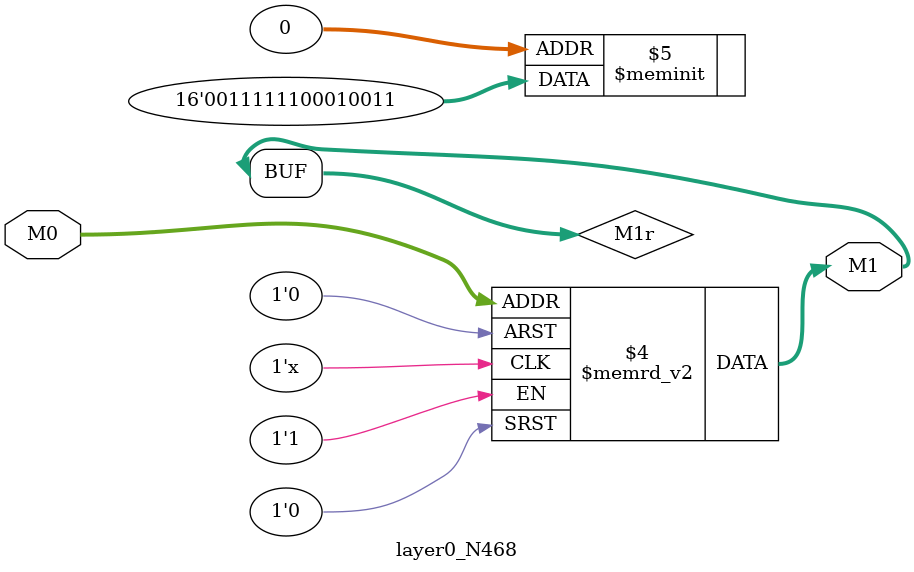
<source format=v>
module layer0_N468 ( input [2:0] M0, output [1:0] M1 );

	(*rom_style = "distributed" *) reg [1:0] M1r;
	assign M1 = M1r;
	always @ (M0) begin
		case (M0)
			3'b000: M1r = 2'b11;
			3'b100: M1r = 2'b11;
			3'b010: M1r = 2'b01;
			3'b110: M1r = 2'b11;
			3'b001: M1r = 2'b00;
			3'b101: M1r = 2'b11;
			3'b011: M1r = 2'b00;
			3'b111: M1r = 2'b00;

		endcase
	end
endmodule

</source>
